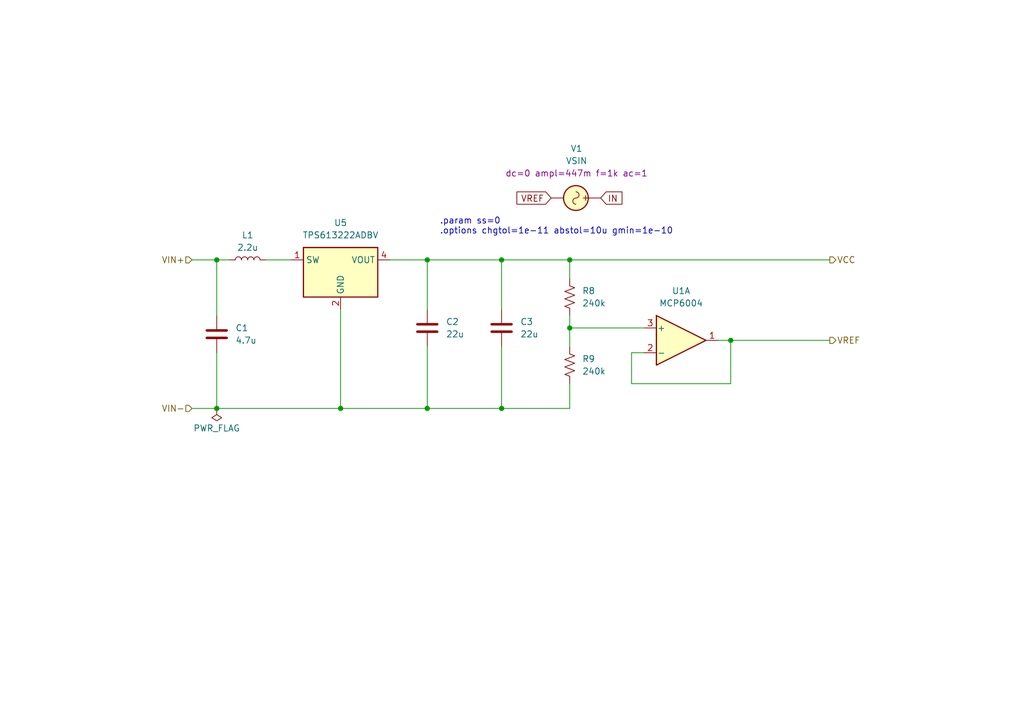
<source format=kicad_sch>
(kicad_sch (version 20250114) (generator "eeschema") (generator_version "9.0")
  (paper "A5")
  (title_block (title "EL223FP4L1") (date "2025-05-08") (rev "1") (company "Boles & Walker") (comment 1 "5V, 2.5V Rail Generator"))
  (lib_symbols
    (symbol "Amplifier_Operational:MCP6004" (pin_names (offset 0.127))
      (property "Reference" "U" (at 0 5.08 0))
      (property "Value" "MCP6004" (at 0 -5.08 0))
      (symbol "MCP6004_1_1"
        (polyline (pts (xy -5.08 5.08) (xy 5.08 0) (xy -5.08 -5.08) (xy -5.08 5.08)) (stroke (width 0.254)) (fill (type background)))
        (pin input line (at -7.62 2.54 0) (length 2.54) (name "+") (number "3"))
        (pin input line (at -7.62 -2.54 0) (length 2.54) (name "-") (number "2"))
        (pin output line (at 7.62 0 180) (length 2.54) (name "~") (number "1"))
      )
      (symbol "MCP6004_2_1"
        (polyline (pts (xy -5.08 5.08) (xy 5.08 0) (xy -5.08 -5.08) (xy -5.08 5.08)) (stroke (width 0.254)) (fill (type background)))
        (pin input line (at -7.62 2.54 0) (length 2.54) (name "+") (number "5"))
        (pin input line (at -7.62 -2.54 0) (length 2.54) (name "-") (number "6"))
        (pin output line (at 7.62 0 180) (length 2.54) (name "~") (number "7"))
      )
      (symbol "MCP6004_3_1"
        (polyline (pts (xy -5.08 5.08) (xy 5.08 0) (xy -5.08 -5.08) (xy -5.08 5.08)) (stroke (width 0.254)) (fill (type background)))
        (pin input line (at -7.62 2.54 0) (length 2.54) (name "+") (number "10"))
        (pin input line (at -7.62 -2.54 0) (length 2.54) (name "-") (number "9"))
        (pin output line (at 7.62 0 180) (length 2.54) (name "~") (number "8"))
      )
      (symbol "MCP6004_4_1"
        (polyline (pts (xy -5.08 5.08) (xy 5.08 0) (xy -5.08 -5.08) (xy -5.08 5.08)) (stroke (width 0.254)) (fill (type background)))
        (pin input line (at -7.62 2.54 0) (length 2.54) (name "+") (number "12"))
        (pin input line (at -7.62 -2.54 0) (length 2.54) (name "-") (number "13"))
        (pin output line (at 7.62 0 180) (length 2.54) (name "~") (number "14"))
      )
      (symbol "MCP6004_5_1"
        (pin power_in line (at -2.54 7.62 270) (length 3.81) (name "V+") (number "4"))
        (pin power_in line (at -2.54 -7.62 90) (length 3.81) (name "V-") (number "11"))
      )
    )
    (symbol "Device:C" (pin_numbers (hide yes)) (pin_names (offset 0.254))
      (property "Reference" "C" (at 0.635 2.54 0))
      (property "Value" "C" (at 0.635 -2.54 0))
      (symbol "C_0_1"
        (polyline (pts (xy -2.032 0.762) (xy 2.032 0.762)) (stroke (width 0.508)))
        (polyline (pts (xy -2.032 -0.762) (xy 2.032 -0.762)) (stroke (width 0.508)))
      )
      (symbol "C_1_1"
        (pin passive line (at 0 3.81 270) (length 2.794) (name "~") (number "1"))
        (pin passive line (at 0 -3.81 90) (length 2.794) (name "~") (number "2"))
      )
    )
    (symbol "Device:L" (pin_numbers (hide yes)) (pin_names (offset 1.016) (hide yes))
      (property "Reference" "L" (at -1.27 0 90))
      (property "Value" "L" (at 1.905 0 90))
      (symbol "L_0_1"
        (arc (start 0 2.54) (mid 0.6323 1.905) (end 0 1.27))
        (arc (start 0 1.27) (mid 0.6323 0.635) (end 0 0))
        (arc (start 0 0) (mid 0.6323 -0.635) (end 0 -1.27))
        (arc (start 0 -1.27) (mid 0.6323 -1.905) (end 0 -2.54))
      )
      (symbol "L_1_1"
        (pin passive line (at 0 3.81 270) (length 1.27) (name "1") (number "1"))
        (pin passive line (at 0 -3.81 90) (length 1.27) (name "2") (number "2"))
      )
    )
    (symbol "Device:R_US" (pin_numbers (hide yes)) (pin_names (offset 0))
      (property "Reference" "R" (at 2.54 0 90))
      (property "Value" "R_US" (at -2.54 0 90))
      (symbol "R_US_0_1"
        (polyline (pts (xy 0 2.286) (xy 0 2.54)))
        (polyline (pts (xy 0 2.286) (xy 1.016 1.905) (xy 0 1.524) (xy -1.016 1.143) (xy 0 0.762)))
        (polyline (pts (xy 0 0.762) (xy 1.016 0.381) (xy 0 0) (xy -1.016 -0.381) (xy 0 -0.762)))
        (polyline (pts (xy 0 -0.762) (xy 1.016 -1.143) (xy 0 -1.524) (xy -1.016 -1.905) (xy 0 -2.286)))
        (polyline (pts (xy 0 -2.286) (xy 0 -2.54)))
      )
      (symbol "R_US_1_1"
        (pin passive line (at 0 3.81 270) (length 1.27) (name "~") (number "1"))
        (pin passive line (at 0 -3.81 90) (length 1.27) (name "~") (number "2"))
      )
    )
    (symbol "Regulator_Switching:TPS613222ADBV"
      (property "Reference" "U" (at -7.62 6.35 0))
      (property "Value" "TPS613222ADBV" (at 2.54 6.35 0))
      (symbol "TPS613222ADBV_0_1"
        (rectangle (start -7.62 5.08) (end 7.62 -5.08) (stroke (width 0.254)) (fill (type background)))
      )
      (symbol "TPS613222ADBV_1_1"
        (pin power_in line (at -10.16 2.54 0) (length 2.54) (name "SW") (number "1"))
        (pin no_connect line (at -7.62 -2.54 0) (length 2.54) (hide yes) (name "NC") (number "3"))
        (pin power_in line (at 0 -7.62 90) (length 2.54) (name "GND") (number "2"))
        (pin no_connect line (at 7.62 -2.54 180) (length 2.54) (hide yes) (name "NC") (number "5"))
        (pin power_out line (at 10.16 2.54 180) (length 2.54) (name "VOUT") (number "4"))
      )
    )
    (symbol "Simulation_SPICE:VSIN" (pin_numbers (hide yes)) (pin_names (offset 0.0254))
      (property "Reference" "V" (at 2.54 2.54 0))
      (property "Value" "VSIN" (at 2.54 0 0))
      (property "Sim.Params" "dc=0 ampl=1 f=1k ac=1" (at 2.54 -2.54 0))
      (symbol "VSIN_0_0"
        (arc (start -1.27 0) (mid -0.635 0.6323) (end 0 0))
        (arc (start 1.27 0) (mid 0.635 -0.6323) (end 0 0))
        (text "+" (at 0 1.905 0) (effects (font (size 1.27 1.27))))
      )
      (symbol "VSIN_0_1"
        (circle (center 0 0) (radius 2.54) (stroke (width 0.254)) (fill (type background)))
      )
      (symbol "VSIN_1_1"
        (pin passive line (at 0 5.08 270) (length 2.54) (name "~") (number "1"))
        (pin passive line (at 0 -5.08 90) (length 2.54) (name "~") (number "2"))
      )
    )
    (symbol "power:PWR_FLAG" (power) (pin_numbers (hide yes)) (pin_names (offset 0) (hide yes))
      (property "Value" "PWR_FLAG" (at 0 3.81 0))
      (symbol "PWR_FLAG_0_0"
        (pin power_out line (at 0 0 90) (length 0) (name "~") (number "1"))
      )
      (symbol "PWR_FLAG_0_1"
        (polyline (pts (xy 0 0) (xy 0 1.27) (xy -1.016 1.905) (xy 0 2.54) (xy 1.016 1.905) (xy 0 1.27)))
      )
    )
  )
  (text ".param ss=0\n.options chgtol=1e-11 abstol=10u gmin=1e-10" (exclude_from_sim yes) (at 90.17 46.482 0) (effects (font (size 1.27 1.27)) (justify left)))
  (junction (at 44.45 53.34))
  (junction (at 116.84 67.31))
  (junction (at 149.86 69.85))
  (junction (at 102.87 83.82))
  (junction (at 102.87 53.34))
  (junction (at 116.84 53.34))
  (junction (at 87.63 83.82))
  (junction (at 69.85 83.82))
  (junction (at 44.45 83.82))
  (junction (at 87.63 53.34))
  (wire (pts (xy 147.32 69.85) (xy 149.86 69.85)))
  (wire (pts (xy 46.99 53.34) (xy 44.45 53.34)))
  (wire (pts (xy 44.45 83.82) (xy 39.37 83.82)))
  (wire (pts (xy 44.45 72.39) (xy 44.45 83.82)))
  (wire (pts (xy 80.01 53.34) (xy 87.63 53.34)))
  (wire (pts (xy 102.87 83.82) (xy 116.84 83.82)))
  (wire (pts (xy 116.84 67.31) (xy 116.84 71.12)))
  (wire (pts (xy 149.86 69.85) (xy 170.18 69.85)))
  (wire (pts (xy 116.84 53.34) (xy 116.84 57.15)))
  (wire (pts (xy 116.84 53.34) (xy 170.18 53.34)))
  (wire (pts (xy 149.86 69.85) (xy 149.86 78.74)))
  (wire (pts (xy 54.61 53.34) (xy 59.69 53.34)))
  (wire (pts (xy 102.87 53.34) (xy 116.84 53.34)))
  (wire (pts (xy 102.87 53.34) (xy 102.87 63.5)))
  (wire (pts (xy 116.84 67.31) (xy 132.08 67.31)))
  (wire (pts (xy 87.63 83.82) (xy 102.87 83.82)))
  (wire (pts (xy 116.84 78.74) (xy 116.84 83.82)))
  (wire (pts (xy 87.63 53.34) (xy 102.87 53.34)))
  (wire (pts (xy 116.84 64.77) (xy 116.84 67.31)))
  (wire (pts (xy 129.54 78.74) (xy 129.54 72.39)))
  (wire (pts (xy 39.37 53.34) (xy 44.45 53.34)))
  (wire (pts (xy 44.45 53.34) (xy 44.45 64.77)))
  (wire (pts (xy 69.85 83.82) (xy 87.63 83.82)))
  (wire (pts (xy 44.45 83.82) (xy 69.85 83.82)))
  (wire (pts (xy 69.85 63.5) (xy 69.85 83.82)))
  (wire (pts (xy 129.54 72.39) (xy 132.08 72.39)))
  (wire (pts (xy 87.63 53.34) (xy 87.63 63.5)))
  (wire (pts (xy 102.87 71.12) (xy 102.87 83.82)))
  (wire (pts (xy 149.86 78.74) (xy 129.54 78.74)))
  (wire (pts (xy 87.63 71.12) (xy 87.63 83.82)))
  (global_label "VREF" (shape input) (at 113.03 40.64 180) (property "Intersheetrefs" "${INTERSHEET_REFS}" (effects (hide yes))))
  (global_label "IN" (shape input) (at 123.19 40.64 0) (property "Intersheetrefs" "${INTERSHEET_REFS}" (effects (hide yes))))
  (hierarchical_label "VIN+" (shape input) (at 39.37 53.34 180))
  (hierarchical_label "VIN-" (shape input) (at 39.37 83.82 180))
  (hierarchical_label "VREF" (shape output) (at 170.18 69.85 0))
  (hierarchical_label "VCC" (shape output) (at 170.18 53.34 0))
  (symbol (lib_id "Amplifier_Operational:MCP6004") (at 139.7 69.85 0) (unit 1)
    (property "Reference" "U1" (at 139.7 59.69 0))
    (property "Value" "MCP6004" (at 139.7 62.23 0))
    (property "Footprint" "Package_SO:SOIC-14_3.9x8.7mm_P1.27mm" (effects (hide yes)))
    (property "Datasheet" "https://ww1.microchip.com/downloads/aemDocuments/documents/MSLD/ProductDocuments/DataSheets/MCP6001-1R-1U-2-4-1-MHz-Low-Power-Op-Amp-DS20001733L.pdf" (effects (hide yes)))
    (property "Description" "1MHz, Low-Power Op Amp, DIP-14/SOIC-14/TSSOP-14" (effects (hide yes)))
    (property "Sim.Library" "MCP6001.lib" (effects (hide yes)))
    (property "Sim.Name" "MCP6004" (effects (hide yes)))
    (property "Sim.Device" "SUBCKT" (effects (hide yes)))
    (property "Sim.Pins" "1=OUTA 2=A- 3=A+ 4=VDD 5=B+ 6=B- 7=OUTB 8=OUTC 9=C- 10=C+ 11=VSS 12=D+ 13=D- 14=OUTD" (effects (hide yes)))
    (property "Part" "MCP6004-I/SL" (effects (hide yes)))
  )
  (symbol (lib_id "Device:R_US") (at 116.84 74.93 0) (unit 1)
    (property "Reference" "R9" (at 119.38 73.6599 0) (effects (justify left)))
    (property "Value" "240k" (at 119.38 76.1999 0) (effects (justify left)))
    (property "Footprint" "Resistor_SMD:R_0805_2012Metric_Pad1.20x1.40mm_HandSolder" (effects (hide yes)))
    (property "Description" "Resistor, US symbol" (effects (hide yes)))
  )
  (symbol (lib_id "Device:L") (at 50.8 53.34 270) (mirror x) (unit 1)
    (property "Reference" "L1" (at 50.8 48.26 90))
    (property "Value" "2.2u" (at 50.8 50.8 90))
    (property "Footprint" "Inductor_SMD:L_0805_2012Metric_Pad1.05x1.20mm_HandSolder" (effects (hide yes)))
    (property "Datasheet" "https://product.tdk.com/system/files/dam/doc/product/inductor/inductor/smd/catalog/inductor_commercial_decoupling_mlz2012_en.pdf" (effects (hide yes)))
    (property "Description" "Inductor" (effects (hide yes)))
    (property "Sim.Device" "SUBCKT" (effects (hide yes)))
    (property "Sim.Pins" "1=port1 2=port2" (effects (hide yes)))
    (property "Sim.Library" "DFE201612E-2R2M.mod" (effects (hide yes)))
    (property "Sim.Name" "DFE201612E-2R2M" (effects (hide yes)))
    (property "Part" "MLZ2012N2R2LT000" (effects (hide yes)))
  )
  (symbol (lib_id "Device:C") (at 102.87 67.31 0) (unit 1)
    (property "Reference" "C3" (at 106.68 66.0399 0) (effects (justify left)))
    (property "Value" "22u" (at 106.68 68.5799 0) (effects (justify left)))
    (property "Footprint" "Capacitor_SMD:C_0805_2012Metric_Pad1.18x1.45mm_HandSolder" (effects (hide yes)))
    (property "Datasheet" "https://static6.arrow.com/aropdfconversion/21199a74879199a3d8ef73fe7d9ef4f54e42a05d/cx5rkgm.pdf" (effects (hide yes)))
    (property "Description" "Unpolarized capacitor" (effects (hide yes)))
    (property "Sim.Device" "SUBCKT" (effects (hide yes)))
    (property "Sim.Pins" "1=+ 2=-" (effects (hide yes)))
    (property "Sim.Library" "RC.lib" (effects (hide yes)))
    (property "Sim.Name" "RC" (effects (hide yes)))
    (property "Part" "KGM21AR50J226KU" (effects (hide yes)))
  )
  (symbol (lib_id "Device:C") (at 87.63 67.31 0) (unit 1)
    (property "Reference" "C2" (at 91.44 66.0399 0) (effects (justify left)))
    (property "Value" "22u" (at 91.44 68.5799 0) (effects (justify left)))
    (property "Footprint" "Capacitor_SMD:C_0805_2012Metric_Pad1.18x1.45mm_HandSolder" (effects (hide yes)))
    (property "Datasheet" "https://static6.arrow.com/aropdfconversion/21199a74879199a3d8ef73fe7d9ef4f54e42a05d/cx5rkgm.pdf" (effects (hide yes)))
    (property "Description" "Unpolarized capacitor" (effects (hide yes)))
    (property "Sim.Device" "SUBCKT" (effects (hide yes)))
    (property "Sim.Pins" "1=+ 2=-" (effects (hide yes)))
    (property "Sim.Library" "RC.lib" (effects (hide yes)))
    (property "Sim.Name" "RC" (effects (hide yes)))
    (property "Part" "KGM21AR50J226KU" (effects (hide yes)))
  )
  (symbol (lib_id "power:PWR_FLAG") (at 44.45 83.82 180) (unit 1)
    (property "Reference" "#FLG01" (effects (hide yes)))
    (property "Value" "PWR_FLAG" (at 44.45 87.884 0))
    (property "Description" "Special symbol for telling ERC where power comes from" (effects (hide yes)))
  )
  (symbol (lib_id "Simulation_SPICE:VSIN") (at 118.11 40.64 270) (unit 1)
    (property "Reference" "V1" (at 118.2398 30.48 90))
    (property "Value" "VSIN" (at 118.2398 33.02 90))
    (property "Datasheet" "https://ngspice.sourceforge.io/docs/ngspice-html-manual/manual.xhtml#sec_Independent_Sources_for" (effects (hide yes)))
    (property "Description" "Voltage source, sinusoidal" (effects (hide yes)))
    (property "Sim.Pins" "1=+ 2=-" (effects (hide yes)))
    (property "Sim.Params" "dc=0 ampl=447m f=1k ac=1" (at 118.2398 35.56 90))
    (property "Sim.Type" "SIN" (effects (hide yes)))
    (property "Sim.Device" "V" (effects (hide yes)))
  )
  (symbol (lib_id "Device:C") (at 44.45 68.58 0) (unit 1)
    (property "Reference" "C1" (at 48.26 67.3099 0) (effects (justify left)))
    (property "Value" "4.7u" (at 48.26 69.8499 0) (effects (justify left)))
    (property "Footprint" "Capacitor_SMD:C_0805_2012Metric_Pad1.18x1.45mm_HandSolder" (effects (hide yes)))
    (property "Description" "Unpolarized capacitor" (effects (hide yes)))
  )
  (symbol (lib_id "Device:R_US") (at 116.84 60.96 0) (unit 1)
    (property "Reference" "R8" (at 119.38 59.6899 0) (effects (justify left)))
    (property "Value" "240k" (at 119.38 62.2299 0) (effects (justify left)))
    (property "Footprint" "Resistor_SMD:R_0805_2012Metric_Pad1.20x1.40mm_HandSolder" (effects (hide yes)))
    (property "Description" "Resistor, US symbol" (effects (hide yes)))
  )
  (symbol (lib_id "Regulator_Switching:TPS613222ADBV") (at 69.85 55.88 0) (unit 1)
    (property "Reference" "U5" (at 69.85 45.72 0))
    (property "Value" "TPS613222ADBV" (at 69.85 48.26 0))
    (property "Footprint" "Package_TO_SOT_SMD:SOT-23-5_HandSoldering" (effects (hide yes)))
    (property "Datasheet" "http://www.ti.com/lit/ds/symlink/tps61322.pdf" (effects (hide yes)))
    (property "Description" "1.8A Step-Up Converter, 5V Output Voltage, 0.9-5.5V Input Voltage, SOT-23-5" (effects (hide yes)))
    (property "Sim.Device" "V" (effects (hide yes)))
    (property "Sim.Pins" "2=- 4=+" (effects (hide yes)))
    (property "Part" "TPS613222ADBVT" (effects (hide yes)))
    (property "Sim.Type" "DC" (effects (hide yes)))
    (property "Sim.Params" "dc=5" (effects (hide yes)))
  )
)
</source>
